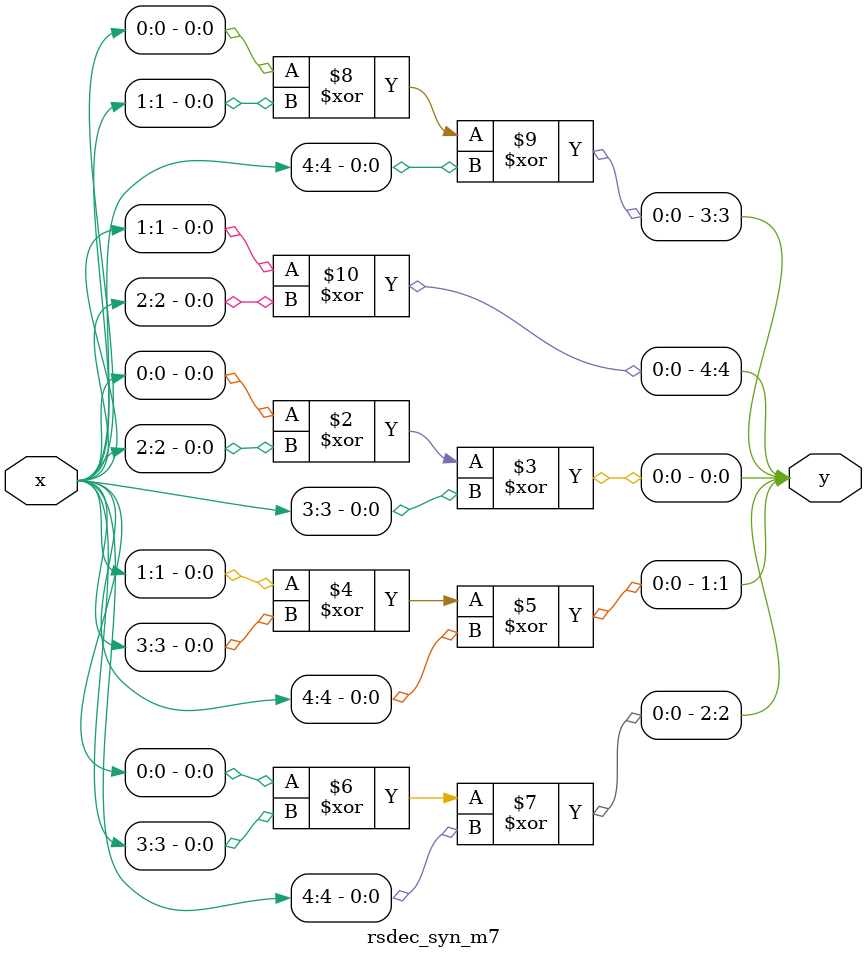
<source format=v>
module rsdec_syn_m7 (y, x);
	input [4:0] x;
	output [4:0] y;
	reg [4:0] y;
	always @ (x)
	begin
		y[0] = x[0] ^ x[2] ^ x[3];
		y[1] = x[1] ^ x[3] ^ x[4];
		y[2] = x[0] ^ x[3] ^ x[4];
		y[3] = x[0] ^ x[1] ^ x[4];
		y[4] = x[1] ^ x[2];
	end
endmodule
</source>
